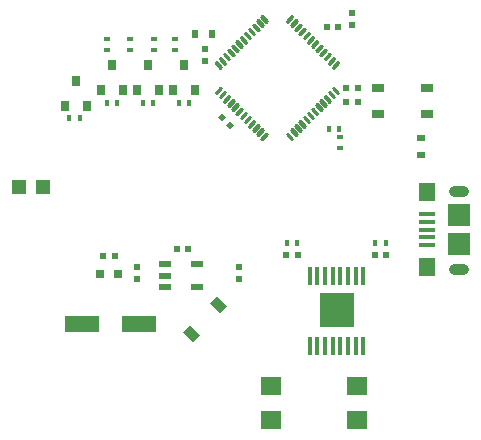
<source format=gtp>
G75*
%MOIN*%
%OFA0B0*%
%FSLAX25Y25*%
%IPPOS*%
%LPD*%
%AMOC8*
5,1,8,0,0,1.08239X$1,22.5*
%
%ADD10C,0.01008*%
%ADD11R,0.01969X0.01969*%
%ADD12R,0.04724X0.04724*%
%ADD13R,0.01575X0.02362*%
%ADD14R,0.02362X0.01575*%
%ADD15R,0.01969X0.01969*%
%ADD16R,0.02362X0.03150*%
%ADD17R,0.03150X0.02362*%
%ADD18R,0.11811X0.05512*%
%ADD19R,0.03150X0.03150*%
%ADD20R,0.07098X0.06299*%
%ADD21R,0.01575X0.06299*%
%ADD22R,0.11811X0.11811*%
%ADD23R,0.05315X0.01575*%
%ADD24C,0.03543*%
%ADD25R,0.05512X0.06299*%
%ADD26R,0.07480X0.07480*%
%ADD27R,0.03150X0.03543*%
%ADD28R,0.04134X0.02559*%
%ADD29R,0.04134X0.02362*%
%ADD30R,0.03346X0.04724*%
D10*
X0173439Y0154528D02*
X0175091Y0156180D01*
X0173439Y0154528D02*
X0173261Y0154706D01*
X0174913Y0156358D01*
X0175091Y0156180D01*
X0174446Y0155535D02*
X0174090Y0155535D01*
X0173699Y0157572D02*
X0172047Y0155920D01*
X0171869Y0156098D01*
X0173521Y0157750D01*
X0173699Y0157572D01*
X0173054Y0156927D02*
X0172698Y0156927D01*
X0172307Y0158964D02*
X0170655Y0157312D01*
X0170477Y0157490D01*
X0172129Y0159142D01*
X0172307Y0158964D01*
X0171662Y0158319D02*
X0171306Y0158319D01*
X0170915Y0160356D02*
X0169263Y0158704D01*
X0169085Y0158882D01*
X0170737Y0160534D01*
X0170915Y0160356D01*
X0170270Y0159711D02*
X0169914Y0159711D01*
X0169524Y0161748D02*
X0167872Y0160096D01*
X0167694Y0160274D01*
X0169346Y0161926D01*
X0169524Y0161748D01*
X0168879Y0161103D02*
X0168523Y0161103D01*
X0168132Y0163140D02*
X0166480Y0161488D01*
X0166302Y0161666D01*
X0167954Y0163318D01*
X0168132Y0163140D01*
X0167487Y0162495D02*
X0167131Y0162495D01*
X0166740Y0164532D02*
X0165088Y0162880D01*
X0164910Y0163058D01*
X0166562Y0164710D01*
X0166740Y0164532D01*
X0166095Y0163887D02*
X0165739Y0163887D01*
X0165348Y0165924D02*
X0163696Y0164272D01*
X0163518Y0164450D01*
X0165170Y0166102D01*
X0165348Y0165924D01*
X0164703Y0165279D02*
X0164347Y0165279D01*
X0163956Y0167316D02*
X0162304Y0165664D01*
X0162126Y0165842D01*
X0163778Y0167494D01*
X0163956Y0167316D01*
X0163311Y0166671D02*
X0162955Y0166671D01*
X0162564Y0168708D02*
X0160912Y0167056D01*
X0160734Y0167234D01*
X0162386Y0168886D01*
X0162564Y0168708D01*
X0161919Y0168063D02*
X0161563Y0168063D01*
X0161172Y0170100D02*
X0159520Y0168448D01*
X0159342Y0168626D01*
X0160994Y0170278D01*
X0161172Y0170100D01*
X0160527Y0169455D02*
X0160171Y0169455D01*
X0159780Y0171492D02*
X0158128Y0169840D01*
X0157950Y0170018D01*
X0159602Y0171670D01*
X0159780Y0171492D01*
X0159135Y0170847D02*
X0158779Y0170847D01*
X0159602Y0178330D02*
X0157950Y0179982D01*
X0158128Y0180160D01*
X0159780Y0178508D01*
X0159602Y0178330D01*
X0158951Y0179337D02*
X0158595Y0179337D01*
X0159342Y0181374D02*
X0160994Y0179722D01*
X0159342Y0181374D02*
X0159520Y0181552D01*
X0161172Y0179900D01*
X0160994Y0179722D01*
X0160343Y0180729D02*
X0159987Y0180729D01*
X0160734Y0182766D02*
X0162386Y0181114D01*
X0160734Y0182766D02*
X0160912Y0182944D01*
X0162564Y0181292D01*
X0162386Y0181114D01*
X0161735Y0182121D02*
X0161379Y0182121D01*
X0162126Y0184158D02*
X0163778Y0182506D01*
X0162126Y0184158D02*
X0162304Y0184336D01*
X0163956Y0182684D01*
X0163778Y0182506D01*
X0163127Y0183513D02*
X0162771Y0183513D01*
X0163518Y0185550D02*
X0165170Y0183898D01*
X0163518Y0185550D02*
X0163696Y0185728D01*
X0165348Y0184076D01*
X0165170Y0183898D01*
X0164519Y0184905D02*
X0164163Y0184905D01*
X0164910Y0186942D02*
X0166562Y0185290D01*
X0164910Y0186942D02*
X0165088Y0187120D01*
X0166740Y0185468D01*
X0166562Y0185290D01*
X0165911Y0186297D02*
X0165555Y0186297D01*
X0166302Y0188334D02*
X0167954Y0186682D01*
X0166302Y0188334D02*
X0166480Y0188512D01*
X0168132Y0186860D01*
X0167954Y0186682D01*
X0167303Y0187689D02*
X0166947Y0187689D01*
X0167694Y0189726D02*
X0169346Y0188074D01*
X0167694Y0189726D02*
X0167872Y0189904D01*
X0169524Y0188252D01*
X0169346Y0188074D01*
X0168695Y0189081D02*
X0168339Y0189081D01*
X0169085Y0191118D02*
X0170737Y0189466D01*
X0169085Y0191118D02*
X0169263Y0191296D01*
X0170915Y0189644D01*
X0170737Y0189466D01*
X0170086Y0190473D02*
X0169730Y0190473D01*
X0170477Y0192510D02*
X0172129Y0190858D01*
X0170477Y0192510D02*
X0170655Y0192688D01*
X0172307Y0191036D01*
X0172129Y0190858D01*
X0171478Y0191865D02*
X0171122Y0191865D01*
X0171869Y0193902D02*
X0173521Y0192250D01*
X0171869Y0193902D02*
X0172047Y0194080D01*
X0173699Y0192428D01*
X0173521Y0192250D01*
X0172870Y0193257D02*
X0172514Y0193257D01*
X0173261Y0195294D02*
X0174913Y0193642D01*
X0173261Y0195294D02*
X0173439Y0195472D01*
X0175091Y0193820D01*
X0174913Y0193642D01*
X0174262Y0194649D02*
X0173906Y0194649D01*
X0181930Y0193642D02*
X0183582Y0195294D01*
X0181930Y0193642D02*
X0181752Y0193820D01*
X0183404Y0195472D01*
X0183582Y0195294D01*
X0182937Y0194649D02*
X0182581Y0194649D01*
X0184974Y0193902D02*
X0183322Y0192250D01*
X0183144Y0192428D01*
X0184796Y0194080D01*
X0184974Y0193902D01*
X0184329Y0193257D02*
X0183973Y0193257D01*
X0186366Y0192510D02*
X0184714Y0190858D01*
X0184536Y0191036D01*
X0186188Y0192688D01*
X0186366Y0192510D01*
X0185721Y0191865D02*
X0185365Y0191865D01*
X0187758Y0191118D02*
X0186106Y0189466D01*
X0185928Y0189644D01*
X0187580Y0191296D01*
X0187758Y0191118D01*
X0187113Y0190473D02*
X0186757Y0190473D01*
X0189150Y0189726D02*
X0187498Y0188074D01*
X0187320Y0188252D01*
X0188972Y0189904D01*
X0189150Y0189726D01*
X0188505Y0189081D02*
X0188149Y0189081D01*
X0190542Y0188334D02*
X0188890Y0186682D01*
X0188712Y0186860D01*
X0190364Y0188512D01*
X0190542Y0188334D01*
X0189897Y0187689D02*
X0189541Y0187689D01*
X0191934Y0186942D02*
X0190282Y0185290D01*
X0190104Y0185468D01*
X0191756Y0187120D01*
X0191934Y0186942D01*
X0191289Y0186297D02*
X0190933Y0186297D01*
X0193326Y0185550D02*
X0191674Y0183898D01*
X0191496Y0184076D01*
X0193148Y0185728D01*
X0193326Y0185550D01*
X0192681Y0184905D02*
X0192325Y0184905D01*
X0194718Y0184158D02*
X0193066Y0182506D01*
X0192888Y0182684D01*
X0194540Y0184336D01*
X0194718Y0184158D01*
X0194073Y0183513D02*
X0193717Y0183513D01*
X0196110Y0182766D02*
X0194458Y0181114D01*
X0194280Y0181292D01*
X0195932Y0182944D01*
X0196110Y0182766D01*
X0195465Y0182121D02*
X0195109Y0182121D01*
X0197502Y0181374D02*
X0195850Y0179722D01*
X0195672Y0179900D01*
X0197324Y0181552D01*
X0197502Y0181374D01*
X0196857Y0180729D02*
X0196501Y0180729D01*
X0198894Y0179982D02*
X0197242Y0178330D01*
X0197064Y0178508D01*
X0198716Y0180160D01*
X0198894Y0179982D01*
X0198249Y0179337D02*
X0197893Y0179337D01*
X0197064Y0171492D02*
X0198716Y0169840D01*
X0197064Y0171492D02*
X0197242Y0171670D01*
X0198894Y0170018D01*
X0198716Y0169840D01*
X0198065Y0170847D02*
X0197709Y0170847D01*
X0195672Y0170100D02*
X0197324Y0168448D01*
X0195672Y0170100D02*
X0195850Y0170278D01*
X0197502Y0168626D01*
X0197324Y0168448D01*
X0196673Y0169455D02*
X0196317Y0169455D01*
X0194280Y0168708D02*
X0195932Y0167056D01*
X0194280Y0168708D02*
X0194458Y0168886D01*
X0196110Y0167234D01*
X0195932Y0167056D01*
X0195281Y0168063D02*
X0194925Y0168063D01*
X0192888Y0167316D02*
X0194540Y0165664D01*
X0192888Y0167316D02*
X0193066Y0167494D01*
X0194718Y0165842D01*
X0194540Y0165664D01*
X0193889Y0166671D02*
X0193533Y0166671D01*
X0191496Y0165924D02*
X0193148Y0164272D01*
X0191496Y0165924D02*
X0191674Y0166102D01*
X0193326Y0164450D01*
X0193148Y0164272D01*
X0192497Y0165279D02*
X0192141Y0165279D01*
X0190104Y0164532D02*
X0191756Y0162880D01*
X0190104Y0164532D02*
X0190282Y0164710D01*
X0191934Y0163058D01*
X0191756Y0162880D01*
X0191105Y0163887D02*
X0190749Y0163887D01*
X0188712Y0163140D02*
X0190364Y0161488D01*
X0188712Y0163140D02*
X0188890Y0163318D01*
X0190542Y0161666D01*
X0190364Y0161488D01*
X0189713Y0162495D02*
X0189357Y0162495D01*
X0187320Y0161748D02*
X0188972Y0160096D01*
X0187320Y0161748D02*
X0187498Y0161926D01*
X0189150Y0160274D01*
X0188972Y0160096D01*
X0188321Y0161103D02*
X0187965Y0161103D01*
X0185928Y0160356D02*
X0187580Y0158704D01*
X0185928Y0160356D02*
X0186106Y0160534D01*
X0187758Y0158882D01*
X0187580Y0158704D01*
X0186929Y0159711D02*
X0186573Y0159711D01*
X0184536Y0158964D02*
X0186188Y0157312D01*
X0184536Y0158964D02*
X0184714Y0159142D01*
X0186366Y0157490D01*
X0186188Y0157312D01*
X0185537Y0158319D02*
X0185181Y0158319D01*
X0183144Y0157572D02*
X0184796Y0155920D01*
X0183144Y0157572D02*
X0183322Y0157750D01*
X0184974Y0156098D01*
X0184796Y0155920D01*
X0184145Y0156927D02*
X0183789Y0156927D01*
X0181752Y0156180D02*
X0183404Y0154528D01*
X0181752Y0156180D02*
X0181930Y0156358D01*
X0183582Y0154706D01*
X0183404Y0154528D01*
X0182753Y0155535D02*
X0182397Y0155535D01*
D11*
X0201453Y0167000D03*
X0205390Y0167000D03*
X0205390Y0171500D03*
X0201453Y0171500D03*
X0198890Y0192000D03*
X0194953Y0192000D03*
X0203422Y0192531D03*
X0203422Y0196469D03*
X0154422Y0184469D03*
X0154422Y0180531D03*
X0148890Y0118000D03*
X0144953Y0118000D03*
X0131922Y0111969D03*
X0131922Y0108031D03*
X0124390Y0115500D03*
X0120453Y0115500D03*
X0165922Y0111969D03*
X0165922Y0108031D03*
X0181453Y0116000D03*
X0185390Y0116000D03*
X0210953Y0116000D03*
X0214890Y0116000D03*
D12*
X0100556Y0138500D03*
X0092288Y0138500D03*
D13*
X0109150Y0161500D03*
X0112693Y0161500D03*
X0121650Y0166500D03*
X0125193Y0166500D03*
X0133650Y0166500D03*
X0137193Y0166500D03*
X0145650Y0166500D03*
X0149193Y0166500D03*
X0195650Y0157900D03*
X0199193Y0157900D03*
X0211150Y0120000D03*
X0214693Y0120000D03*
X0185193Y0120000D03*
X0181650Y0120000D03*
D14*
X0199422Y0151728D03*
X0199422Y0155272D03*
X0144422Y0184228D03*
X0144422Y0187772D03*
X0137422Y0187772D03*
X0137422Y0184228D03*
X0129422Y0184228D03*
X0129422Y0187772D03*
X0121922Y0187772D03*
X0121922Y0184228D03*
D15*
G36*
X0160030Y0163283D02*
X0161421Y0161892D01*
X0160030Y0160501D01*
X0158639Y0161892D01*
X0160030Y0163283D01*
G37*
G36*
X0162814Y0160499D02*
X0164205Y0159108D01*
X0162814Y0157717D01*
X0161423Y0159108D01*
X0162814Y0160499D01*
G37*
D16*
X0156678Y0189500D03*
X0151166Y0189500D03*
D17*
X0226422Y0154756D03*
X0226422Y0149244D03*
D18*
X0132371Y0093000D03*
X0113473Y0093000D03*
D19*
X0119469Y0109500D03*
X0125374Y0109500D03*
D20*
X0176472Y0072198D03*
X0176472Y0061002D03*
X0204972Y0060882D03*
X0204972Y0072078D03*
D21*
X0204673Y0085592D03*
X0207232Y0085592D03*
X0202113Y0085592D03*
X0199554Y0085592D03*
X0196995Y0085592D03*
X0194436Y0085592D03*
X0191877Y0085592D03*
X0189318Y0085592D03*
X0189318Y0108820D03*
X0191877Y0108820D03*
X0194436Y0108820D03*
X0196995Y0108820D03*
X0199554Y0108820D03*
X0202113Y0108820D03*
X0204673Y0108820D03*
X0207232Y0108820D03*
D22*
X0198472Y0097600D03*
D23*
X0228422Y0119276D03*
X0228422Y0121835D03*
X0228422Y0124394D03*
X0228422Y0126953D03*
X0228422Y0129512D03*
D24*
X0237556Y0137386D02*
X0237556Y0137386D01*
X0240312Y0137386D01*
X0240312Y0137386D01*
X0237556Y0137386D01*
X0237556Y0111402D02*
X0237556Y0111402D01*
X0240312Y0111402D01*
X0240312Y0111402D01*
X0237556Y0111402D01*
D25*
X0228422Y0111795D03*
X0228422Y0136992D03*
D26*
X0238953Y0129118D03*
X0238953Y0119669D03*
D27*
X0151162Y0171063D03*
X0143682Y0171063D03*
X0139162Y0171063D03*
X0131682Y0171063D03*
X0127162Y0171063D03*
X0119682Y0171063D03*
X0115162Y0165563D03*
X0107682Y0165563D03*
X0111422Y0173831D03*
X0123422Y0179331D03*
X0135422Y0179331D03*
X0147422Y0179331D03*
D28*
X0211952Y0171432D03*
X0211952Y0162968D03*
X0228291Y0162968D03*
X0228291Y0171432D03*
D29*
X0151737Y0112740D03*
X0151737Y0105260D03*
X0141107Y0105260D03*
X0141107Y0109000D03*
X0141107Y0112740D03*
D30*
G36*
X0147040Y0090090D02*
X0149331Y0092529D01*
X0152774Y0089296D01*
X0150483Y0086857D01*
X0147040Y0090090D01*
G37*
G36*
X0156069Y0099704D02*
X0158360Y0102143D01*
X0161803Y0098910D01*
X0159512Y0096471D01*
X0156069Y0099704D01*
G37*
M02*

</source>
